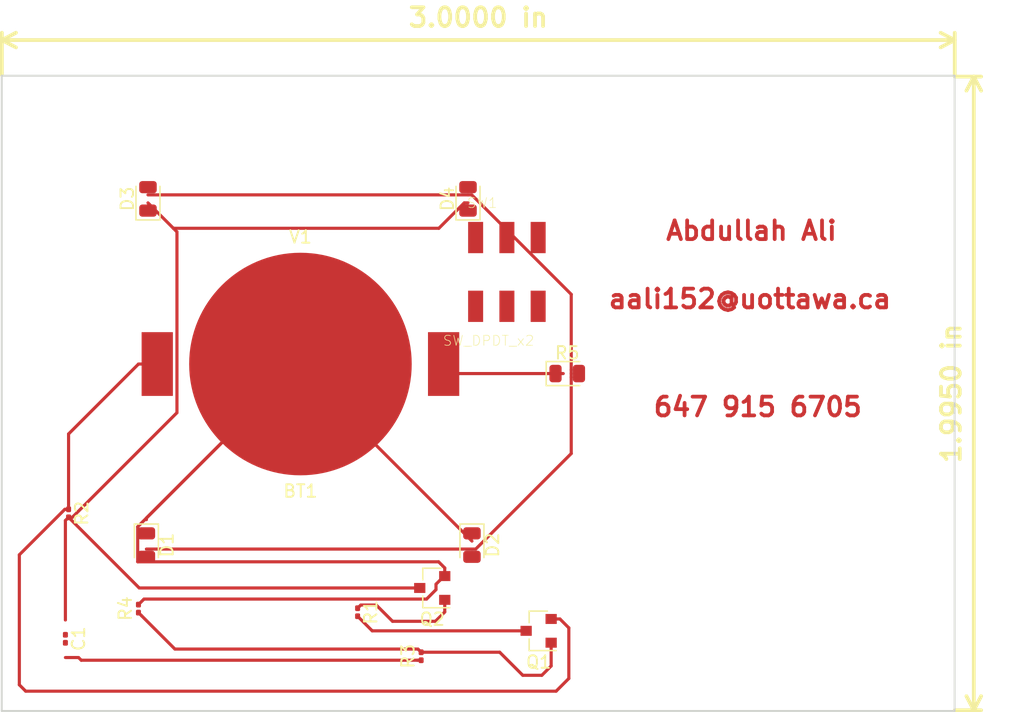
<source format=kicad_pcb>
(kicad_pcb (version 20171130) (host pcbnew 5.0.1-33cea8e~68~ubuntu16.04.1)

  (general
    (thickness 1.6)
    (drawings 9)
    (tracks 73)
    (zones 0)
    (modules 14)
    (nets 11)
  )

  (page A4)
  (layers
    (0 F.Cu signal)
    (31 B.Cu signal hide)
    (32 B.Adhes user)
    (33 F.Adhes user hide)
    (34 B.Paste user hide)
    (35 F.Paste user hide)
    (36 B.SilkS user hide)
    (37 F.SilkS user)
    (38 B.Mask user hide)
    (39 F.Mask user hide)
    (40 Dwgs.User user hide)
    (41 Cmts.User user hide)
    (42 Eco1.User user hide)
    (43 Eco2.User user hide)
    (44 Edge.Cuts user)
    (45 Margin user hide)
    (46 B.CrtYd user hide)
    (47 F.CrtYd user)
    (48 B.Fab user hide)
    (49 F.Fab user hide)
  )

  (setup
    (last_trace_width 0.25)
    (trace_clearance 0.2)
    (zone_clearance 0.508)
    (zone_45_only no)
    (trace_min 0.2)
    (segment_width 0.2)
    (edge_width 0.15)
    (via_size 0.8)
    (via_drill 0.4)
    (via_min_size 0.4)
    (via_min_drill 0.3)
    (uvia_size 0.3)
    (uvia_drill 0.1)
    (uvias_allowed no)
    (uvia_min_size 0.2)
    (uvia_min_drill 0.1)
    (pcb_text_width 0.3)
    (pcb_text_size 1.5 1.5)
    (mod_edge_width 0.15)
    (mod_text_size 1 1)
    (mod_text_width 0.15)
    (pad_size 0.46 0.4)
    (pad_drill 0)
    (pad_to_mask_clearance 0.051)
    (solder_mask_min_width 0.25)
    (aux_axis_origin 0 0)
    (visible_elements 7FFFFFFF)
    (pcbplotparams
      (layerselection 0x010fc_ffffffff)
      (usegerberextensions false)
      (usegerberattributes false)
      (usegerberadvancedattributes false)
      (creategerberjobfile false)
      (excludeedgelayer true)
      (linewidth 0.100000)
      (plotframeref false)
      (viasonmask false)
      (mode 1)
      (useauxorigin false)
      (hpglpennumber 1)
      (hpglpenspeed 20)
      (hpglpendiameter 15.000000)
      (psnegative false)
      (psa4output false)
      (plotreference true)
      (plotvalue true)
      (plotinvisibletext false)
      (padsonsilk false)
      (subtractmaskfromsilk false)
      (outputformat 1)
      (mirror false)
      (drillshape 1)
      (scaleselection 1)
      (outputdirectory ""))
  )

  (net 0 "")
  (net 1 VDD)
  (net 2 GND)
  (net 3 "Net-(C1-Pad2)")
  (net 4 "Net-(D1-Pad2)")
  (net 5 "Net-(Q1-Pad1)")
  (net 6 "Net-(Q1-Pad3)")
  (net 7 "Net-(Q2-Pad1)")
  (net 8 "Net-(C1-Pad1)")
  (net 9 "Net-(D1-Pad1)")
  (net 10 "Net-(SW1-Pad3)")

  (net_class Default "This is the default net class."
    (clearance 0.2)
    (trace_width 0.25)
    (via_dia 0.8)
    (via_drill 0.4)
    (uvia_dia 0.3)
    (uvia_drill 0.1)
    (add_net GND)
    (add_net "Net-(C1-Pad1)")
    (add_net "Net-(C1-Pad2)")
    (add_net "Net-(D1-Pad1)")
    (add_net "Net-(D1-Pad2)")
    (add_net "Net-(Q1-Pad1)")
    (add_net "Net-(Q1-Pad3)")
    (add_net "Net-(Q2-Pad1)")
    (add_net "Net-(SW1-Pad3)")
    (add_net VDD)
  )

  (module CardElements:CR2032_HOLDER (layer F.Cu) (tedit 54CCE85E) (tstamp 5C606F4A)
    (at 103.886 83.058)
    (descr http://www.mouser.com/ds/2/238/bat-hld-001-220194.pdf)
    (tags "Linx Battery Holder 2032 bat-hld-001")
    (path /5C45F109)
    (fp_text reference BT1 (at 0 10.16) (layer F.SilkS)
      (effects (font (size 1 1) (thickness 0.15)))
    )
    (fp_text value V1 (at 0 -10.16) (layer F.SilkS)
      (effects (font (size 1 1) (thickness 0.15)))
    )
    (pad 1 smd rect (at -11.45 0) (size 2.5 5.1) (layers F.Cu F.Paste F.Mask)
      (net 1 VDD))
    (pad 1 smd rect (at 11.45 0) (size 2.5 5.1) (layers F.Cu F.Paste F.Mask)
      (net 1 VDD))
    (pad 2 smd circle (at 0 0) (size 17.8 17.8) (layers F.Cu F.Paste F.Mask)
      (net 2 GND))
  )

  (module Package_TO_SOT_SMD:SOT-23 (layer F.Cu) (tedit 5A02FF57) (tstamp 5C607892)
    (at 122.936 104.394 180)
    (descr "SOT-23, Standard")
    (tags SOT-23)
    (path /5C45EF17)
    (attr smd)
    (fp_text reference Q1 (at 0 -2.5 180) (layer F.SilkS)
      (effects (font (size 1 1) (thickness 0.15)))
    )
    (fp_text value BC807 (at 0 2.5 180) (layer F.Fab)
      (effects (font (size 1 1) (thickness 0.15)))
    )
    (fp_text user %R (at 0 0 -90) (layer F.Fab)
      (effects (font (size 0.5 0.5) (thickness 0.075)))
    )
    (fp_line (start -0.7 -0.95) (end -0.7 1.5) (layer F.Fab) (width 0.1))
    (fp_line (start -0.15 -1.52) (end 0.7 -1.52) (layer F.Fab) (width 0.1))
    (fp_line (start -0.7 -0.95) (end -0.15 -1.52) (layer F.Fab) (width 0.1))
    (fp_line (start 0.7 -1.52) (end 0.7 1.52) (layer F.Fab) (width 0.1))
    (fp_line (start -0.7 1.52) (end 0.7 1.52) (layer F.Fab) (width 0.1))
    (fp_line (start 0.76 1.58) (end 0.76 0.65) (layer F.SilkS) (width 0.12))
    (fp_line (start 0.76 -1.58) (end 0.76 -0.65) (layer F.SilkS) (width 0.12))
    (fp_line (start -1.7 -1.75) (end 1.7 -1.75) (layer F.CrtYd) (width 0.05))
    (fp_line (start 1.7 -1.75) (end 1.7 1.75) (layer F.CrtYd) (width 0.05))
    (fp_line (start 1.7 1.75) (end -1.7 1.75) (layer F.CrtYd) (width 0.05))
    (fp_line (start -1.7 1.75) (end -1.7 -1.75) (layer F.CrtYd) (width 0.05))
    (fp_line (start 0.76 -1.58) (end -1.4 -1.58) (layer F.SilkS) (width 0.12))
    (fp_line (start 0.76 1.58) (end -0.7 1.58) (layer F.SilkS) (width 0.12))
    (pad 1 smd rect (at -1 -0.95 180) (size 0.9 0.8) (layers F.Cu F.Paste F.Mask)
      (net 5 "Net-(Q1-Pad1)"))
    (pad 2 smd rect (at -1 0.95 180) (size 0.9 0.8) (layers F.Cu F.Paste F.Mask)
      (net 1 VDD))
    (pad 3 smd rect (at 1 0 180) (size 0.9 0.8) (layers F.Cu F.Paste F.Mask)
      (net 6 "Net-(Q1-Pad3)"))
    (model ${KISYS3DMOD}/Package_TO_SOT_SMD.3dshapes/SOT-23.wrl
      (at (xyz 0 0 0))
      (scale (xyz 1 1 1))
      (rotate (xyz 0 0 0))
    )
  )

  (module Package_TO_SOT_SMD:SOT-23 (layer F.Cu) (tedit 5A02FF57) (tstamp 5C606FE8)
    (at 114.427 100.965 180)
    (descr "SOT-23, Standard")
    (tags SOT-23)
    (path /5C45EFC7)
    (attr smd)
    (fp_text reference Q2 (at 0 -2.5 180) (layer F.SilkS)
      (effects (font (size 1 1) (thickness 0.15)))
    )
    (fp_text value BC817 (at 0 2.5 180) (layer F.Fab)
      (effects (font (size 1 1) (thickness 0.15)))
    )
    (fp_line (start 0.76 1.58) (end -0.7 1.58) (layer F.SilkS) (width 0.12))
    (fp_line (start 0.76 -1.58) (end -1.4 -1.58) (layer F.SilkS) (width 0.12))
    (fp_line (start -1.7 1.75) (end -1.7 -1.75) (layer F.CrtYd) (width 0.05))
    (fp_line (start 1.7 1.75) (end -1.7 1.75) (layer F.CrtYd) (width 0.05))
    (fp_line (start 1.7 -1.75) (end 1.7 1.75) (layer F.CrtYd) (width 0.05))
    (fp_line (start -1.7 -1.75) (end 1.7 -1.75) (layer F.CrtYd) (width 0.05))
    (fp_line (start 0.76 -1.58) (end 0.76 -0.65) (layer F.SilkS) (width 0.12))
    (fp_line (start 0.76 1.58) (end 0.76 0.65) (layer F.SilkS) (width 0.12))
    (fp_line (start -0.7 1.52) (end 0.7 1.52) (layer F.Fab) (width 0.1))
    (fp_line (start 0.7 -1.52) (end 0.7 1.52) (layer F.Fab) (width 0.1))
    (fp_line (start -0.7 -0.95) (end -0.15 -1.52) (layer F.Fab) (width 0.1))
    (fp_line (start -0.15 -1.52) (end 0.7 -1.52) (layer F.Fab) (width 0.1))
    (fp_line (start -0.7 -0.95) (end -0.7 1.5) (layer F.Fab) (width 0.1))
    (fp_text user %R (at 0 0.254) (layer F.Fab)
      (effects (font (size 0.5 0.5) (thickness 0.075)))
    )
    (pad 3 smd rect (at 1 0 180) (size 0.9 0.8) (layers F.Cu F.Paste F.Mask)
      (net 8 "Net-(C1-Pad1)"))
    (pad 2 smd rect (at -1 0.95 180) (size 0.9 0.8) (layers F.Cu F.Paste F.Mask)
      (net 2 GND))
    (pad 1 smd rect (at -1 -0.95 180) (size 0.9 0.8) (layers F.Cu F.Paste F.Mask)
      (net 7 "Net-(Q2-Pad1)"))
    (model ${KISYS3DMOD}/Package_TO_SOT_SMD.3dshapes/SOT-23.wrl
      (at (xyz 0 0 0))
      (scale (xyz 1 1 1))
      (rotate (xyz 0 0 0))
    )
  )

  (module Resistor_SMD:R_0201_0603Metric (layer F.Cu) (tedit 5B301BBD) (tstamp 5C606FF9)
    (at 108.458 102.906 270)
    (descr "Resistor SMD 0201 (0603 Metric), square (rectangular) end terminal, IPC_7351 nominal, (Body size source: https://www.vishay.com/docs/20052/crcw0201e3.pdf), generated with kicad-footprint-generator")
    (tags resistor)
    (path /5C45EA3F)
    (attr smd)
    (fp_text reference R1 (at 0 -1.05 270) (layer F.SilkS)
      (effects (font (size 1 1) (thickness 0.15)))
    )
    (fp_text value "220 Ohm" (at 0 1.05 270) (layer F.Fab)
      (effects (font (size 1 1) (thickness 0.15)))
    )
    (fp_line (start -0.3 0.15) (end -0.3 -0.15) (layer F.Fab) (width 0.1))
    (fp_line (start -0.3 -0.15) (end 0.3 -0.15) (layer F.Fab) (width 0.1))
    (fp_line (start 0.3 -0.15) (end 0.3 0.15) (layer F.Fab) (width 0.1))
    (fp_line (start 0.3 0.15) (end -0.3 0.15) (layer F.Fab) (width 0.1))
    (fp_line (start -0.7 0.35) (end -0.7 -0.35) (layer F.CrtYd) (width 0.05))
    (fp_line (start -0.7 -0.35) (end 0.7 -0.35) (layer F.CrtYd) (width 0.05))
    (fp_line (start 0.7 -0.35) (end 0.7 0.35) (layer F.CrtYd) (width 0.05))
    (fp_line (start 0.7 0.35) (end -0.7 0.35) (layer F.CrtYd) (width 0.05))
    (fp_text user %R (at 0 -0.68 270) (layer F.Fab)
      (effects (font (size 0.25 0.25) (thickness 0.04)))
    )
    (pad "" smd roundrect (at -0.345 0 270) (size 0.318 0.36) (layers F.Paste) (roundrect_rratio 0.25))
    (pad "" smd roundrect (at 0.345 0 270) (size 0.318 0.36) (layers F.Paste) (roundrect_rratio 0.25))
    (pad 1 smd roundrect (at -0.32 0 270) (size 0.46 0.4) (layers F.Cu F.Mask) (roundrect_rratio 0.25)
      (net 7 "Net-(Q2-Pad1)"))
    (pad 2 smd roundrect (at 0.32 0 270) (size 0.46 0.4) (layers F.Cu F.Mask) (roundrect_rratio 0.25)
      (net 6 "Net-(Q1-Pad3)"))
    (model ${KISYS3DMOD}/Resistor_SMD.3dshapes/R_0201_0603Metric.wrl
      (at (xyz 0 0 0))
      (scale (xyz 1 1 1))
      (rotate (xyz 0 0 0))
    )
  )

  (module Resistor_SMD:R_0201_0603Metric (layer F.Cu) (tedit 5B301BBD) (tstamp 5C60700A)
    (at 85.344 94.996 270)
    (descr "Resistor SMD 0201 (0603 Metric), square (rectangular) end terminal, IPC_7351 nominal, (Body size source: https://www.vishay.com/docs/20052/crcw0201e3.pdf), generated with kicad-footprint-generator")
    (tags resistor)
    (path /5C45EB11)
    (attr smd)
    (fp_text reference R2 (at 0 -1.05 270) (layer F.SilkS)
      (effects (font (size 1 1) (thickness 0.15)))
    )
    (fp_text value "220 Ohm" (at 0 1.05 270) (layer F.Fab)
      (effects (font (size 1 1) (thickness 0.15)))
    )
    (fp_line (start -0.3 0.15) (end -0.3 -0.15) (layer F.Fab) (width 0.1))
    (fp_line (start -0.3 -0.15) (end 0.3 -0.15) (layer F.Fab) (width 0.1))
    (fp_line (start 0.3 -0.15) (end 0.3 0.15) (layer F.Fab) (width 0.1))
    (fp_line (start 0.3 0.15) (end -0.3 0.15) (layer F.Fab) (width 0.1))
    (fp_line (start -0.7 0.35) (end -0.7 -0.35) (layer F.CrtYd) (width 0.05))
    (fp_line (start -0.7 -0.35) (end 0.7 -0.35) (layer F.CrtYd) (width 0.05))
    (fp_line (start 0.7 -0.35) (end 0.7 0.35) (layer F.CrtYd) (width 0.05))
    (fp_line (start 0.7 0.35) (end -0.7 0.35) (layer F.CrtYd) (width 0.05))
    (fp_text user %R (at 0 -0.68 270) (layer F.Fab)
      (effects (font (size 0.25 0.25) (thickness 0.04)))
    )
    (pad "" smd roundrect (at -0.345 0 270) (size 0.318 0.36) (layers F.Paste) (roundrect_rratio 0.25))
    (pad "" smd roundrect (at 0.345 0 270) (size 0.318 0.36) (layers F.Paste) (roundrect_rratio 0.25))
    (pad 1 smd roundrect (at -0.32 0 270) (size 0.46 0.4) (layers F.Cu F.Mask) (roundrect_rratio 0.25)
      (net 1 VDD))
    (pad 2 smd roundrect (at 0.32 0 270) (size 0.46 0.4) (layers F.Cu F.Mask) (roundrect_rratio 0.25)
      (net 8 "Net-(C1-Pad1)"))
    (model ${KISYS3DMOD}/Resistor_SMD.3dshapes/R_0201_0603Metric.wrl
      (at (xyz 0 0 0))
      (scale (xyz 1 1 1))
      (rotate (xyz 0 0 0))
    )
  )

  (module Resistor_SMD:R_0201_0603Metric (layer F.Cu) (tedit 5B301BBD) (tstamp 5C60701B)
    (at 113.538 106.426 90)
    (descr "Resistor SMD 0201 (0603 Metric), square (rectangular) end terminal, IPC_7351 nominal, (Body size source: https://www.vishay.com/docs/20052/crcw0201e3.pdf), generated with kicad-footprint-generator")
    (tags resistor)
    (path /5C45E917)
    (attr smd)
    (fp_text reference R3 (at 0 -1.05 90) (layer F.SilkS)
      (effects (font (size 1 1) (thickness 0.15)))
    )
    (fp_text value "2.2k Ohm" (at 0 1.05 90) (layer F.Fab)
      (effects (font (size 1 1) (thickness 0.15)))
    )
    (fp_line (start -0.3 0.15) (end -0.3 -0.15) (layer F.Fab) (width 0.1))
    (fp_line (start -0.3 -0.15) (end 0.3 -0.15) (layer F.Fab) (width 0.1))
    (fp_line (start 0.3 -0.15) (end 0.3 0.15) (layer F.Fab) (width 0.1))
    (fp_line (start 0.3 0.15) (end -0.3 0.15) (layer F.Fab) (width 0.1))
    (fp_line (start -0.7 0.35) (end -0.7 -0.35) (layer F.CrtYd) (width 0.05))
    (fp_line (start -0.7 -0.35) (end 0.7 -0.35) (layer F.CrtYd) (width 0.05))
    (fp_line (start 0.7 -0.35) (end 0.7 0.35) (layer F.CrtYd) (width 0.05))
    (fp_line (start 0.7 0.35) (end -0.7 0.35) (layer F.CrtYd) (width 0.05))
    (fp_text user %R (at 0 -0.68 90) (layer F.Fab)
      (effects (font (size 0.25 0.25) (thickness 0.04)))
    )
    (pad "" smd roundrect (at -0.345 0 90) (size 0.318 0.36) (layers F.Paste) (roundrect_rratio 0.25))
    (pad "" smd roundrect (at 0.345 0 90) (size 0.318 0.36) (layers F.Paste) (roundrect_rratio 0.25))
    (pad 1 smd roundrect (at -0.32 0 90) (size 0.46 0.4) (layers F.Cu F.Mask) (roundrect_rratio 0.25)
      (net 3 "Net-(C1-Pad2)"))
    (pad 2 smd roundrect (at 0.32 0 90) (size 0.46 0.4) (layers F.Cu F.Mask) (roundrect_rratio 0.25)
      (net 5 "Net-(Q1-Pad1)"))
    (model ${KISYS3DMOD}/Resistor_SMD.3dshapes/R_0201_0603Metric.wrl
      (at (xyz 0 0 0))
      (scale (xyz 1 1 1))
      (rotate (xyz 0 0 0))
    )
  )

  (module Resistor_SMD:R_0201_0603Metric (layer F.Cu) (tedit 5B301BBD) (tstamp 5C607960)
    (at 90.932 102.616 90)
    (descr "Resistor SMD 0201 (0603 Metric), square (rectangular) end terminal, IPC_7351 nominal, (Body size source: https://www.vishay.com/docs/20052/crcw0201e3.pdf), generated with kicad-footprint-generator")
    (tags resistor)
    (path /5C45E9B7)
    (attr smd)
    (fp_text reference R4 (at 0 -1.05 90) (layer F.SilkS)
      (effects (font (size 1 1) (thickness 0.15)))
    )
    (fp_text value "4M Ohm" (at 0 1.05 90) (layer F.Fab)
      (effects (font (size 1 1) (thickness 0.15)))
    )
    (fp_text user %R (at 0 -0.68 90) (layer F.Fab)
      (effects (font (size 0.25 0.25) (thickness 0.04)))
    )
    (fp_line (start 0.7 0.35) (end -0.7 0.35) (layer F.CrtYd) (width 0.05))
    (fp_line (start 0.7 -0.35) (end 0.7 0.35) (layer F.CrtYd) (width 0.05))
    (fp_line (start -0.7 -0.35) (end 0.7 -0.35) (layer F.CrtYd) (width 0.05))
    (fp_line (start -0.7 0.35) (end -0.7 -0.35) (layer F.CrtYd) (width 0.05))
    (fp_line (start 0.3 0.15) (end -0.3 0.15) (layer F.Fab) (width 0.1))
    (fp_line (start 0.3 -0.15) (end 0.3 0.15) (layer F.Fab) (width 0.1))
    (fp_line (start -0.3 -0.15) (end 0.3 -0.15) (layer F.Fab) (width 0.1))
    (fp_line (start -0.3 0.15) (end -0.3 -0.15) (layer F.Fab) (width 0.1))
    (pad 2 smd roundrect (at 0.32 0 90) (size 0.46 0.4) (layers F.Cu F.Mask) (roundrect_rratio 0.25)
      (net 2 GND))
    (pad 1 smd roundrect (at -0.32 0 90) (size 0.46 0.4) (layers F.Cu F.Mask) (roundrect_rratio 0.25)
      (net 5 "Net-(Q1-Pad1)"))
    (pad "" smd roundrect (at 0.345 0 90) (size 0.318 0.36) (layers F.Paste) (roundrect_rratio 0.25))
    (pad "" smd roundrect (at -0.345 0 90) (size 0.318 0.36) (layers F.Paste) (roundrect_rratio 0.25))
    (model ${KISYS3DMOD}/Resistor_SMD.3dshapes/R_0201_0603Metric.wrl
      (at (xyz 0 0 0))
      (scale (xyz 1 1 1))
      (rotate (xyz 0 0 0))
    )
  )

  (module JS202011SCQN:SW_JS202011SCQN (layer F.Cu) (tedit 0) (tstamp 5C572F68)
    (at 120.396 75.692)
    (path /5C4A0416)
    (attr smd)
    (fp_text reference SW1 (at -1.97145 -5.51762) (layer F.SilkS)
      (effects (font (size 0.801394 0.801394) (thickness 0.05)))
    )
    (fp_text value SW_DPDT_x2 (at -1.46182 5.49885) (layer F.SilkS)
      (effects (font (size 0.801 0.801) (thickness 0.05)))
    )
    (fp_line (start -4.5 1.5) (end 4.5 1.5) (layer Dwgs.User) (width 0.127))
    (fp_line (start 4.5 1.5) (end 4.5 -1.5) (layer Dwgs.User) (width 0.127))
    (fp_line (start 4.5 -1.5) (end -4.5 -1.5) (layer Dwgs.User) (width 0.127))
    (fp_line (start -4.5 -1.5) (end -4.5 1.5) (layer Dwgs.User) (width 0.127))
    (pad 1 smd rect (at -2.5 2.75) (size 1.2 2.5) (layers F.Cu F.Paste F.Mask)
      (net 9 "Net-(D1-Pad1)"))
    (pad 2 smd rect (at 0 2.75) (size 1.2 2.5) (layers F.Cu F.Paste F.Mask)
      (net 8 "Net-(C1-Pad1)"))
    (pad 3 smd rect (at 2.5 2.75) (size 1.2 2.5) (layers F.Cu F.Paste F.Mask)
      (net 10 "Net-(SW1-Pad3)"))
    (pad 4 smd rect (at -2.5 -2.75) (size 1.2 2.5) (layers F.Cu F.Paste F.Mask))
    (pad 5 smd rect (at 0 -2.75) (size 1.2 2.5) (layers F.Cu F.Paste F.Mask))
    (pad 6 smd rect (at 2.5 -2.75) (size 1.2 2.5) (layers F.Cu F.Paste F.Mask))
  )

  (module Capacitor_SMD:C_0201_0603Metric (layer F.Cu) (tedit 5B301BBE) (tstamp 5C4B4169)
    (at 85.09 105.029 270)
    (descr "Capacitor SMD 0201 (0603 Metric), square (rectangular) end terminal, IPC_7351 nominal, (Body size source: https://www.vishay.com/docs/20052/crcw0201e3.pdf), generated with kicad-footprint-generator")
    (tags capacitor)
    (path /5C45EB8F)
    (attr smd)
    (fp_text reference C1 (at 0 -1.05 270) (layer F.SilkS)
      (effects (font (size 1 1) (thickness 0.15)))
    )
    (fp_text value 47nF (at 0 1.05 270) (layer F.Fab)
      (effects (font (size 1 1) (thickness 0.15)))
    )
    (fp_line (start -0.3 0.15) (end -0.3 -0.15) (layer F.Fab) (width 0.1))
    (fp_line (start -0.3 -0.15) (end 0.3 -0.15) (layer F.Fab) (width 0.1))
    (fp_line (start 0.3 -0.15) (end 0.3 0.15) (layer F.Fab) (width 0.1))
    (fp_line (start 0.3 0.15) (end -0.3 0.15) (layer F.Fab) (width 0.1))
    (fp_line (start -0.7 0.35) (end -0.7 -0.35) (layer F.CrtYd) (width 0.05))
    (fp_line (start -0.7 -0.35) (end 0.7 -0.35) (layer F.CrtYd) (width 0.05))
    (fp_line (start 0.7 -0.35) (end 0.7 0.35) (layer F.CrtYd) (width 0.05))
    (fp_line (start 0.7 0.35) (end -0.7 0.35) (layer F.CrtYd) (width 0.05))
    (fp_text user %R (at 0 -0.68 270) (layer F.Fab)
      (effects (font (size 0.25 0.25) (thickness 0.04)))
    )
    (pad "" smd roundrect (at -0.345 0 270) (size 0.318 0.36) (layers F.Paste) (roundrect_rratio 0.25))
    (pad "" smd roundrect (at 0.345 0 270) (size 0.318 0.36) (layers F.Paste) (roundrect_rratio 0.25))
    (pad 1 smd roundrect (at -0.32 0 270) (size 0.46 0.4) (layers F.Cu F.Mask) (roundrect_rratio 0.25)
      (net 8 "Net-(C1-Pad1)"))
    (pad 2 smd roundrect (at 0.32 0 270) (size 0.46 0.4) (layers F.Cu F.Mask) (roundrect_rratio 0.25)
      (net 3 "Net-(C1-Pad2)"))
    (model ${KISYS3DMOD}/Capacitor_SMD.3dshapes/C_0201_0603Metric.wrl
      (at (xyz 0 0 0))
      (scale (xyz 1 1 1))
      (rotate (xyz 0 0 0))
    )
  )

  (module LED_SMD:LED_0805_2012Metric (layer F.Cu) (tedit 5B36C52C) (tstamp 5C4B4179)
    (at 91.567 97.536 270)
    (descr "LED SMD 0805 (2012 Metric), square (rectangular) end terminal, IPC_7351 nominal, (Body size source: https://docs.google.com/spreadsheets/d/1BsfQQcO9C6DZCsRaXUlFlo91Tg2WpOkGARC1WS5S8t0/edit?usp=sharing), generated with kicad-footprint-generator")
    (tags diode)
    (path /5C45EC37)
    (attr smd)
    (fp_text reference D1 (at 0 -1.65 270) (layer F.SilkS)
      (effects (font (size 1 1) (thickness 0.15)))
    )
    (fp_text value LED (at 0 1.65 270) (layer F.Fab)
      (effects (font (size 1 1) (thickness 0.15)))
    )
    (fp_text user %R (at 0 0 270) (layer F.Fab)
      (effects (font (size 0.5 0.5) (thickness 0.08)))
    )
    (fp_line (start 1.68 0.95) (end -1.68 0.95) (layer F.CrtYd) (width 0.05))
    (fp_line (start 1.68 -0.95) (end 1.68 0.95) (layer F.CrtYd) (width 0.05))
    (fp_line (start -1.68 -0.95) (end 1.68 -0.95) (layer F.CrtYd) (width 0.05))
    (fp_line (start -1.68 0.95) (end -1.68 -0.95) (layer F.CrtYd) (width 0.05))
    (fp_line (start -1.685 0.96) (end 1 0.96) (layer F.SilkS) (width 0.12))
    (fp_line (start -1.685 -0.96) (end -1.685 0.96) (layer F.SilkS) (width 0.12))
    (fp_line (start 1 -0.96) (end -1.685 -0.96) (layer F.SilkS) (width 0.12))
    (fp_line (start 1 0.6) (end 1 -0.6) (layer F.Fab) (width 0.1))
    (fp_line (start -1 0.6) (end 1 0.6) (layer F.Fab) (width 0.1))
    (fp_line (start -1 -0.3) (end -1 0.6) (layer F.Fab) (width 0.1))
    (fp_line (start -0.7 -0.6) (end -1 -0.3) (layer F.Fab) (width 0.1))
    (fp_line (start 1 -0.6) (end -0.7 -0.6) (layer F.Fab) (width 0.1))
    (pad 2 smd roundrect (at 0.9375 0 270) (size 0.975 1.4) (layers F.Cu F.Paste F.Mask) (roundrect_rratio 0.25)
      (net 4 "Net-(D1-Pad2)"))
    (pad 1 smd roundrect (at -0.9375 0 270) (size 0.975 1.4) (layers F.Cu F.Paste F.Mask) (roundrect_rratio 0.25)
      (net 9 "Net-(D1-Pad1)"))
    (model ${KISYS3DMOD}/LED_SMD.3dshapes/LED_0805_2012Metric.wrl
      (at (xyz 0 0 0))
      (scale (xyz 1 1 1))
      (rotate (xyz 0 0 0))
    )
  )

  (module LED_SMD:LED_0805_2012Metric (layer F.Cu) (tedit 5B36C52C) (tstamp 5C4B418B)
    (at 117.602 97.536 270)
    (descr "LED SMD 0805 (2012 Metric), square (rectangular) end terminal, IPC_7351 nominal, (Body size source: https://docs.google.com/spreadsheets/d/1BsfQQcO9C6DZCsRaXUlFlo91Tg2WpOkGARC1WS5S8t0/edit?usp=sharing), generated with kicad-footprint-generator")
    (tags diode)
    (path /5C45EDB9)
    (attr smd)
    (fp_text reference D2 (at 0 -1.65 270) (layer F.SilkS)
      (effects (font (size 1 1) (thickness 0.15)))
    )
    (fp_text value LED (at 0 1.65 270) (layer F.Fab)
      (effects (font (size 1 1) (thickness 0.15)))
    )
    (fp_text user %R (at 0 0 270) (layer F.Fab)
      (effects (font (size 0.5 0.5) (thickness 0.08)))
    )
    (fp_line (start 1.68 0.95) (end -1.68 0.95) (layer F.CrtYd) (width 0.05))
    (fp_line (start 1.68 -0.95) (end 1.68 0.95) (layer F.CrtYd) (width 0.05))
    (fp_line (start -1.68 -0.95) (end 1.68 -0.95) (layer F.CrtYd) (width 0.05))
    (fp_line (start -1.68 0.95) (end -1.68 -0.95) (layer F.CrtYd) (width 0.05))
    (fp_line (start -1.685 0.96) (end 1 0.96) (layer F.SilkS) (width 0.12))
    (fp_line (start -1.685 -0.96) (end -1.685 0.96) (layer F.SilkS) (width 0.12))
    (fp_line (start 1 -0.96) (end -1.685 -0.96) (layer F.SilkS) (width 0.12))
    (fp_line (start 1 0.6) (end 1 -0.6) (layer F.Fab) (width 0.1))
    (fp_line (start -1 0.6) (end 1 0.6) (layer F.Fab) (width 0.1))
    (fp_line (start -1 -0.3) (end -1 0.6) (layer F.Fab) (width 0.1))
    (fp_line (start -0.7 -0.6) (end -1 -0.3) (layer F.Fab) (width 0.1))
    (fp_line (start 1 -0.6) (end -0.7 -0.6) (layer F.Fab) (width 0.1))
    (pad 2 smd roundrect (at 0.9375 0 270) (size 0.975 1.4) (layers F.Cu F.Paste F.Mask) (roundrect_rratio 0.25)
      (net 4 "Net-(D1-Pad2)"))
    (pad 1 smd roundrect (at -0.9375 0 270) (size 0.975 1.4) (layers F.Cu F.Paste F.Mask) (roundrect_rratio 0.25)
      (net 9 "Net-(D1-Pad1)"))
    (model ${KISYS3DMOD}/LED_SMD.3dshapes/LED_0805_2012Metric.wrl
      (at (xyz 0 0 0))
      (scale (xyz 1 1 1))
      (rotate (xyz 0 0 0))
    )
  )

  (module LED_SMD:LED_0805_2012Metric (layer F.Cu) (tedit 5B36C52C) (tstamp 5C4B419D)
    (at 91.694 69.85 90)
    (descr "LED SMD 0805 (2012 Metric), square (rectangular) end terminal, IPC_7351 nominal, (Body size source: https://docs.google.com/spreadsheets/d/1BsfQQcO9C6DZCsRaXUlFlo91Tg2WpOkGARC1WS5S8t0/edit?usp=sharing), generated with kicad-footprint-generator")
    (tags diode)
    (path /5C45ED1C)
    (attr smd)
    (fp_text reference D3 (at 0 -1.65 90) (layer F.SilkS)
      (effects (font (size 1 1) (thickness 0.15)))
    )
    (fp_text value LED (at 0 1.65 90) (layer F.Fab)
      (effects (font (size 1 1) (thickness 0.15)))
    )
    (fp_line (start 1 -0.6) (end -0.7 -0.6) (layer F.Fab) (width 0.1))
    (fp_line (start -0.7 -0.6) (end -1 -0.3) (layer F.Fab) (width 0.1))
    (fp_line (start -1 -0.3) (end -1 0.6) (layer F.Fab) (width 0.1))
    (fp_line (start -1 0.6) (end 1 0.6) (layer F.Fab) (width 0.1))
    (fp_line (start 1 0.6) (end 1 -0.6) (layer F.Fab) (width 0.1))
    (fp_line (start 1 -0.96) (end -1.685 -0.96) (layer F.SilkS) (width 0.12))
    (fp_line (start -1.685 -0.96) (end -1.685 0.96) (layer F.SilkS) (width 0.12))
    (fp_line (start -1.685 0.96) (end 1 0.96) (layer F.SilkS) (width 0.12))
    (fp_line (start -1.68 0.95) (end -1.68 -0.95) (layer F.CrtYd) (width 0.05))
    (fp_line (start -1.68 -0.95) (end 1.68 -0.95) (layer F.CrtYd) (width 0.05))
    (fp_line (start 1.68 -0.95) (end 1.68 0.95) (layer F.CrtYd) (width 0.05))
    (fp_line (start 1.68 0.95) (end -1.68 0.95) (layer F.CrtYd) (width 0.05))
    (fp_text user %R (at 0 0 90) (layer F.Fab)
      (effects (font (size 0.5 0.5) (thickness 0.08)))
    )
    (pad 1 smd roundrect (at -0.9375 0 90) (size 0.975 1.4) (layers F.Cu F.Paste F.Mask) (roundrect_rratio 0.25)
      (net 9 "Net-(D1-Pad1)"))
    (pad 2 smd roundrect (at 0.9375 0 90) (size 0.975 1.4) (layers F.Cu F.Paste F.Mask) (roundrect_rratio 0.25)
      (net 4 "Net-(D1-Pad2)"))
    (model ${KISYS3DMOD}/LED_SMD.3dshapes/LED_0805_2012Metric.wrl
      (at (xyz 0 0 0))
      (scale (xyz 1 1 1))
      (rotate (xyz 0 0 0))
    )
  )

  (module LED_SMD:LED_0805_2012Metric (layer F.Cu) (tedit 5B36C52C) (tstamp 5C4B41AF)
    (at 117.287 69.85 90)
    (descr "LED SMD 0805 (2012 Metric), square (rectangular) end terminal, IPC_7351 nominal, (Body size source: https://docs.google.com/spreadsheets/d/1BsfQQcO9C6DZCsRaXUlFlo91Tg2WpOkGARC1WS5S8t0/edit?usp=sharing), generated with kicad-footprint-generator")
    (tags diode)
    (path /5C45EE19)
    (attr smd)
    (fp_text reference D4 (at 0 -1.65 90) (layer F.SilkS)
      (effects (font (size 1 1) (thickness 0.15)))
    )
    (fp_text value LED (at 0 1.65 90) (layer F.Fab)
      (effects (font (size 1 1) (thickness 0.15)))
    )
    (fp_line (start 1 -0.6) (end -0.7 -0.6) (layer F.Fab) (width 0.1))
    (fp_line (start -0.7 -0.6) (end -1 -0.3) (layer F.Fab) (width 0.1))
    (fp_line (start -1 -0.3) (end -1 0.6) (layer F.Fab) (width 0.1))
    (fp_line (start -1 0.6) (end 1 0.6) (layer F.Fab) (width 0.1))
    (fp_line (start 1 0.6) (end 1 -0.6) (layer F.Fab) (width 0.1))
    (fp_line (start 1 -0.96) (end -1.685 -0.96) (layer F.SilkS) (width 0.12))
    (fp_line (start -1.685 -0.96) (end -1.685 0.96) (layer F.SilkS) (width 0.12))
    (fp_line (start -1.685 0.96) (end 1 0.96) (layer F.SilkS) (width 0.12))
    (fp_line (start -1.68 0.95) (end -1.68 -0.95) (layer F.CrtYd) (width 0.05))
    (fp_line (start -1.68 -0.95) (end 1.68 -0.95) (layer F.CrtYd) (width 0.05))
    (fp_line (start 1.68 -0.95) (end 1.68 0.95) (layer F.CrtYd) (width 0.05))
    (fp_line (start 1.68 0.95) (end -1.68 0.95) (layer F.CrtYd) (width 0.05))
    (fp_text user %R (at 0 0 90) (layer F.Fab)
      (effects (font (size 0.5 0.5) (thickness 0.08)))
    )
    (pad 1 smd roundrect (at -0.9375 0 90) (size 0.975 1.4) (layers F.Cu F.Paste F.Mask) (roundrect_rratio 0.25)
      (net 9 "Net-(D1-Pad1)"))
    (pad 2 smd roundrect (at 0.9375 0 90) (size 0.975 1.4) (layers F.Cu F.Paste F.Mask) (roundrect_rratio 0.25)
      (net 4 "Net-(D1-Pad2)"))
    (model ${KISYS3DMOD}/LED_SMD.3dshapes/LED_0805_2012Metric.wrl
      (at (xyz 0 0 0))
      (scale (xyz 1 1 1))
      (rotate (xyz 0 0 0))
    )
  )

  (module LED_SMD:LED_0805_2012Metric (layer F.Cu) (tedit 5B36C52C) (tstamp 5C4B41C1)
    (at 125.222 83.82)
    (descr "LED SMD 0805 (2012 Metric), square (rectangular) end terminal, IPC_7351 nominal, (Body size source: https://docs.google.com/spreadsheets/d/1BsfQQcO9C6DZCsRaXUlFlo91Tg2WpOkGARC1WS5S8t0/edit?usp=sharing), generated with kicad-footprint-generator")
    (tags diode)
    (path /5C45EAC4)
    (attr smd)
    (fp_text reference R5 (at 0 -1.65) (layer F.SilkS)
      (effects (font (size 1 1) (thickness 0.15)))
    )
    (fp_text value "1 Ohm" (at 0 1.65) (layer F.Fab)
      (effects (font (size 1 1) (thickness 0.15)))
    )
    (fp_line (start 1 -0.6) (end -0.7 -0.6) (layer F.Fab) (width 0.1))
    (fp_line (start -0.7 -0.6) (end -1 -0.3) (layer F.Fab) (width 0.1))
    (fp_line (start -1 -0.3) (end -1 0.6) (layer F.Fab) (width 0.1))
    (fp_line (start -1 0.6) (end 1 0.6) (layer F.Fab) (width 0.1))
    (fp_line (start 1 0.6) (end 1 -0.6) (layer F.Fab) (width 0.1))
    (fp_line (start 1 -0.96) (end -1.685 -0.96) (layer F.SilkS) (width 0.12))
    (fp_line (start -1.685 -0.96) (end -1.685 0.96) (layer F.SilkS) (width 0.12))
    (fp_line (start -1.685 0.96) (end 1 0.96) (layer F.SilkS) (width 0.12))
    (fp_line (start -1.68 0.95) (end -1.68 -0.95) (layer F.CrtYd) (width 0.05))
    (fp_line (start -1.68 -0.95) (end 1.68 -0.95) (layer F.CrtYd) (width 0.05))
    (fp_line (start 1.68 -0.95) (end 1.68 0.95) (layer F.CrtYd) (width 0.05))
    (fp_line (start 1.68 0.95) (end -1.68 0.95) (layer F.CrtYd) (width 0.05))
    (fp_text user %R (at 0 0) (layer F.Fab)
      (effects (font (size 0.5 0.5) (thickness 0.08)))
    )
    (pad 1 smd roundrect (at -0.9375 0) (size 0.975 1.4) (layers F.Cu F.Paste F.Mask) (roundrect_rratio 0.25)
      (net 1 VDD))
    (pad 2 smd roundrect (at 0.9375 0) (size 0.975 1.4) (layers F.Cu F.Paste F.Mask) (roundrect_rratio 0.25)
      (net 4 "Net-(D1-Pad2)"))
    (model ${KISYS3DMOD}/LED_SMD.3dshapes/LED_0805_2012Metric.wrl
      (at (xyz 0 0 0))
      (scale (xyz 1 1 1))
      (rotate (xyz 0 0 0))
    )
  )

  (gr_text "647 915 6705" (at 140.462 86.487) (layer F.Cu)
    (effects (font (size 1.5 1.5) (thickness 0.3)))
  )
  (gr_text "aali152@uottawa.ca\n" (at 139.827 77.851) (layer F.Cu)
    (effects (font (size 1.5 1.5) (thickness 0.3)))
  )
  (gr_text "Abdullah Ali" (at 139.954 72.39) (layer F.Cu)
    (effects (font (size 1.5 1.5) (thickness 0.3)))
  )
  (dimension 50.673 (width 0.3) (layer F.SilkS)
    (gr_text "50.673 mm" (at 159.834 85.4075 90) (layer F.SilkS)
      (effects (font (size 1.5 1.5) (thickness 0.3)))
    )
    (feature1 (pts (xy 156.21 60.071) (xy 158.320421 60.071)))
    (feature2 (pts (xy 156.21 110.744) (xy 158.320421 110.744)))
    (crossbar (pts (xy 157.734 110.744) (xy 157.734 60.071)))
    (arrow1a (pts (xy 157.734 60.071) (xy 158.320421 61.197504)))
    (arrow1b (pts (xy 157.734 60.071) (xy 157.147579 61.197504)))
    (arrow2a (pts (xy 157.734 110.744) (xy 158.320421 109.617496)))
    (arrow2b (pts (xy 157.734 110.744) (xy 157.147579 109.617496)))
  )
  (dimension 76.2 (width 0.3) (layer F.SilkS)
    (gr_text "76.200 mm" (at 118.11 55.05) (layer F.SilkS)
      (effects (font (size 1.5 1.5) (thickness 0.3)))
    )
    (feature1 (pts (xy 80.01 59.944) (xy 80.01 56.563579)))
    (feature2 (pts (xy 156.21 59.944) (xy 156.21 56.563579)))
    (crossbar (pts (xy 156.21 57.15) (xy 80.01 57.15)))
    (arrow1a (pts (xy 80.01 57.15) (xy 81.136504 56.563579)))
    (arrow1b (pts (xy 80.01 57.15) (xy 81.136504 57.736421)))
    (arrow2a (pts (xy 156.21 57.15) (xy 155.083496 56.563579)))
    (arrow2b (pts (xy 156.21 57.15) (xy 155.083496 57.736421)))
  )
  (gr_line (start 80 110.8) (end 80 60) (layer Edge.Cuts) (width 0.15))
  (gr_line (start 80 110.8) (end 156.2 110.8) (layer Edge.Cuts) (width 0.15))
  (gr_line (start 156.2 60) (end 156.2 110.8) (layer Edge.Cuts) (width 0.15))
  (gr_line (start 80 60) (end 156.2 60) (layer Edge.Cuts) (width 0.15))

  (segment (start 116.098 83.82) (end 115.336 83.058) (width 0.25) (layer F.Cu) (net 1) (status 30))
  (segment (start 124.902 83.82) (end 116.098 83.82) (width 0.25) (layer F.Cu) (net 1) (status 20))
  (segment (start 90.936 83.058) (end 92.436 83.058) (width 0.25) (layer F.Cu) (net 1) (status 20))
  (segment (start 85.344 88.65) (end 90.936 83.058) (width 0.25) (layer F.Cu) (net 1))
  (segment (start 85.344 94.676) (end 85.344 88.65) (width 0.25) (layer F.Cu) (net 1) (status 10))
  (segment (start 85.044 94.676) (end 85.344 94.676) (width 0.25) (layer F.Cu) (net 1) (status 20))
  (segment (start 81.407 98.313) (end 85.044 94.676) (width 0.25) (layer F.Cu) (net 1))
  (segment (start 81.407 108.712) (end 81.407 98.313) (width 0.25) (layer F.Cu) (net 1))
  (segment (start 123.936 103.444) (end 124.636 103.444) (width 0.25) (layer F.Cu) (net 1) (status 10))
  (segment (start 124.636 103.444) (end 125.349 104.157) (width 0.25) (layer F.Cu) (net 1))
  (segment (start 125.349 104.157) (end 125.349 108.204) (width 0.25) (layer F.Cu) (net 1))
  (segment (start 125.349 108.204) (end 124.333 109.22) (width 0.25) (layer F.Cu) (net 1))
  (segment (start 124.333 109.22) (end 81.915 109.22) (width 0.25) (layer F.Cu) (net 1))
  (segment (start 81.915 109.22) (end 81.407 108.712) (width 0.25) (layer F.Cu) (net 1))
  (segment (start 103.886 82.362) (end 103.886 83.058) (width 0.25) (layer F.Cu) (net 2) (status 30))
  (segment (start 91.567 95.377) (end 103.886 83.058) (width 0.25) (layer F.Cu) (net 2) (status 20))
  (segment (start 103.886 83.5) (end 103.886 83.058) (width 0.25) (layer F.Cu) (net 2) (status 30))
  (segment (start 91.567 95.504) (end 91.567 95.377) (width 0.25) (layer F.Cu) (net 2))
  (segment (start 117.602 97.216) (end 103.886 83.5) (width 0.25) (layer F.Cu) (net 2) (status 20))
  (segment (start 115.427 99.365) (end 114.935 98.873) (width 0.25) (layer F.Cu) (net 2))
  (segment (start 115.427 100.015) (end 115.427 99.365) (width 0.25) (layer F.Cu) (net 2) (status 10))
  (segment (start 114.935 98.873) (end 90.872 98.873) (width 0.25) (layer F.Cu) (net 2))
  (segment (start 90.872 96.072) (end 103.886 83.058) (width 0.25) (layer F.Cu) (net 2) (status 20))
  (segment (start 90.872 98.873) (end 90.872 96.072) (width 0.25) (layer F.Cu) (net 2))
  (segment (start 115.377 100.015) (end 115.427 100.015) (width 0.25) (layer F.Cu) (net 2) (status 30))
  (segment (start 114.727 100.665) (end 115.377 100.015) (width 0.25) (layer F.Cu) (net 2) (status 20))
  (segment (start 114.727 101.100002) (end 114.727 100.665) (width 0.25) (layer F.Cu) (net 2))
  (segment (start 113.973002 101.854) (end 114.727 101.100002) (width 0.25) (layer F.Cu) (net 2))
  (segment (start 91.374 101.854) (end 113.973002 101.854) (width 0.25) (layer F.Cu) (net 2))
  (segment (start 90.932 102.296) (end 91.374 101.854) (width 0.25) (layer F.Cu) (net 2) (status 10))
  (segment (start 113.238 106.746) (end 113.538 106.746) (width 0.25) (layer F.Cu) (net 3) (status 20))
  (segment (start 86.357 106.746) (end 113.238 106.746) (width 0.25) (layer F.Cu) (net 3))
  (segment (start 86.14 106.529) (end 86.357 106.746) (width 0.25) (layer F.Cu) (net 3))
  (segment (start 85.09 106.529) (end 86.14 106.529) (width 0.25) (layer F.Cu) (net 3))
  (segment (start 91.694 69.53) (end 117.287 69.53) (width 0.25) (layer F.Cu) (net 4))
  (segment (start 125.542 83.52) (end 125.542 83.82) (width 0.25) (layer F.Cu) (net 4))
  (segment (start 125.542 77.485) (end 125.542 83.52) (width 0.25) (layer F.Cu) (net 4))
  (segment (start 117.587 69.53) (end 125.542 77.485) (width 0.25) (layer F.Cu) (net 4))
  (segment (start 117.287 69.53) (end 117.587 69.53) (width 0.25) (layer F.Cu) (net 4))
  (segment (start 91.567 97.856) (end 117.602 97.856) (width 0.25) (layer F.Cu) (net 4))
  (segment (start 125.542 84.12) (end 125.542 83.82) (width 0.25) (layer F.Cu) (net 4))
  (segment (start 125.542 90.216) (end 125.542 84.12) (width 0.25) (layer F.Cu) (net 4))
  (segment (start 117.902 97.856) (end 125.542 90.216) (width 0.25) (layer F.Cu) (net 4))
  (segment (start 117.602 97.856) (end 117.902 97.856) (width 0.25) (layer F.Cu) (net 4))
  (segment (start 113.538 106.106) (end 119.822 106.106) (width 0.25) (layer F.Cu) (net 5) (status 10))
  (segment (start 119.822 106.106) (end 121.666 107.95) (width 0.25) (layer F.Cu) (net 5))
  (segment (start 121.666 107.95) (end 123.19 107.95) (width 0.25) (layer F.Cu) (net 5))
  (segment (start 123.936 107.204) (end 123.936 105.344) (width 0.25) (layer F.Cu) (net 5) (status 20))
  (segment (start 123.19 107.95) (end 123.936 107.204) (width 0.25) (layer F.Cu) (net 5))
  (segment (start 91.18676 103.19076) (end 90.932 102.936) (width 0.25) (layer F.Cu) (net 5) (status 20))
  (segment (start 93.84724 105.85124) (end 91.18676 103.19076) (width 0.25) (layer F.Cu) (net 5))
  (segment (start 113.28324 105.85124) (end 93.84724 105.85124) (width 0.25) (layer F.Cu) (net 5))
  (segment (start 113.538 106.106) (end 113.28324 105.85124) (width 0.25) (layer F.Cu) (net 5) (status 10))
  (segment (start 109.626 104.394) (end 121.936 104.394) (width 0.25) (layer F.Cu) (net 6) (status 20))
  (segment (start 108.458 103.226) (end 109.626 104.394) (width 0.25) (layer F.Cu) (net 6) (status 10))
  (segment (start 108.71276 102.33124) (end 109.95124 102.33124) (width 0.25) (layer F.Cu) (net 7))
  (segment (start 108.458 102.586) (end 108.71276 102.33124) (width 0.25) (layer F.Cu) (net 7) (status 10))
  (segment (start 109.95124 102.33124) (end 111.252 103.632) (width 0.25) (layer F.Cu) (net 7))
  (segment (start 111.252 103.632) (end 114.681 103.632) (width 0.25) (layer F.Cu) (net 7))
  (segment (start 115.427 102.886) (end 115.427 101.915) (width 0.25) (layer F.Cu) (net 7) (status 20))
  (segment (start 114.681 103.632) (end 115.427 102.886) (width 0.25) (layer F.Cu) (net 7))
  (segment (start 85.09 95.57) (end 85.344 95.316) (width 0.25) (layer F.Cu) (net 8) (status 20))
  (segment (start 85.09 103.529) (end 85.09 95.57) (width 0.25) (layer F.Cu) (net 8))
  (segment (start 85.644 95.316) (end 85.344 95.316) (width 0.25) (layer F.Cu) (net 8) (status 20))
  (segment (start 94.011001 86.948999) (end 85.644 95.316) (width 0.25) (layer F.Cu) (net 8))
  (segment (start 94.011001 72.487001) (end 94.011001 86.948999) (width 0.25) (layer F.Cu) (net 8))
  (segment (start 90.993 100.965) (end 85.344 95.316) (width 0.25) (layer F.Cu) (net 8) (status 20))
  (segment (start 113.427 100.965) (end 90.993 100.965) (width 0.25) (layer F.Cu) (net 8) (status 10))
  (segment (start 114.955 72.202) (end 93.726 72.202) (width 0.25) (layer F.Cu) (net 8))
  (segment (start 116.987 70.17) (end 114.955 72.202) (width 0.25) (layer F.Cu) (net 8))
  (segment (start 117.287 70.17) (end 116.987 70.17) (width 0.25) (layer F.Cu) (net 8))
  (segment (start 91.694 70.17) (end 93.726 72.202) (width 0.25) (layer F.Cu) (net 8))
  (segment (start 93.726 72.202) (end 94.011001 72.487001) (width 0.25) (layer F.Cu) (net 8))

)

</source>
